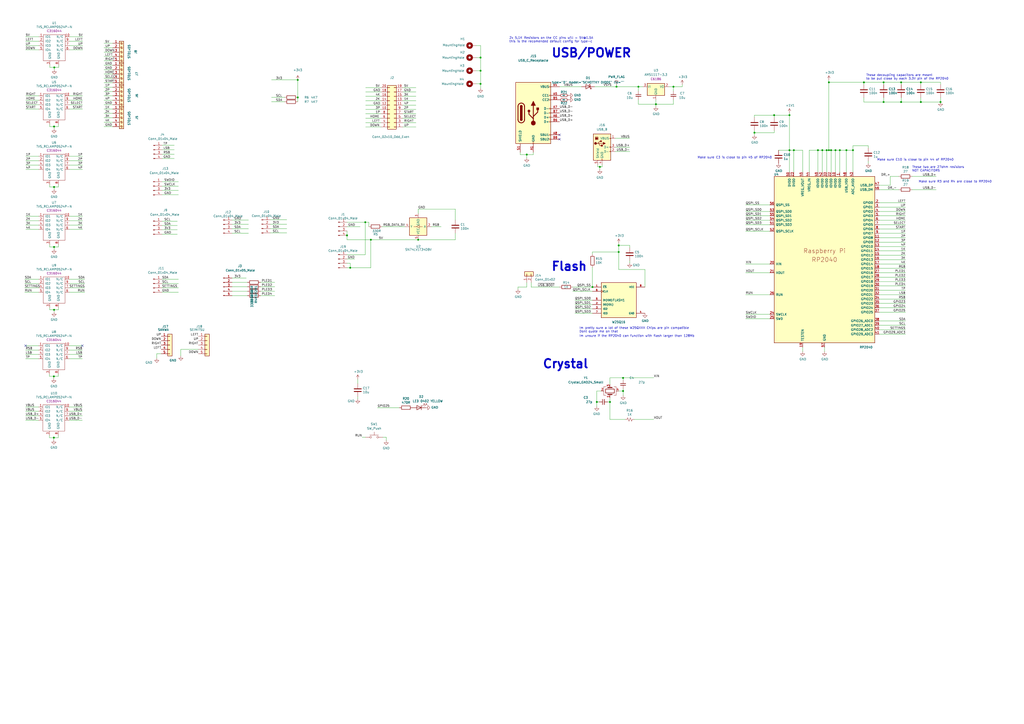
<source format=kicad_sch>
(kicad_sch (version 20211123) (generator eeschema)
  (paper "A2")
  (junction (at 501.142 47.752))
  (junction (at 545.592 59.182))
  (junction (at 357.632 50.292))
  (junction (at 449.072 66.802))
  (junction (at 305.562 89.662))
  (junction (at 343.662 166.497))
  (junction (at 358.902 142.367))
  (junction (at 494.792 87.122))
  (junction (at 278.765 41.021))
  (junction (at 172.72 46.355))
  (junction (at 390.652 50.292))
  (junction (at 380.492 60.452))
  (junction (at 215.138 139.065))
  (junction (at 211.8914 128.905))
  (junction (at 31.369 179.705))
  (junction (at 353.822 233.172))
  (junction (at 203.1573 155.321))
  (junction (at 278.765 48.641))
  (junction (at 31.369 73.406))
  (junction (at 487.172 87.122))
  (junction (at 358.902 146.177))
  (junction (at 242.57 139.065))
  (junction (at 201.295 136.525))
  (junction (at 460.502 87.122))
  (junction (at 437.642 76.962))
  (junction (at 457.962 87.122))
  (junction (at 512.572 47.752))
  (junction (at 534.162 59.182))
  (junction (at 361.442 219.202))
  (junction (at 31.496 39.116))
  (junction (at 534.162 47.752))
  (junction (at 278.765 33.401))
  (junction (at 474.472 87.122))
  (junction (at 512.572 59.182))
  (junction (at 172.72 56.515))
  (junction (at 522.732 47.752))
  (junction (at 346.202 233.172))
  (junction (at 457.962 66.802))
  (junction (at 522.732 59.182))
  (junction (at 31.369 108.458))
  (junction (at 482.092 87.122))
  (junction (at 477.012 87.122))
  (junction (at 31.242 218.313))
  (junction (at 31.242 253.873))
  (junction (at 480.822 87.122))
  (junction (at 361.442 226.822))
  (junction (at 490.982 87.122))
  (junction (at 484.632 87.122))
  (junction (at 480.822 47.752))
  (junction (at 370.332 50.292))
  (junction (at 31.369 143.256))
  (junction (at 479.552 87.122))
  (junction (at 347.98 96.774))
  (no_connect (at 14.859 200.533))
  (no_connect (at 47.752 200.533))
  (no_connect (at 324.612 78.232))
  (no_connect (at 324.612 80.772))
  (wire (pts (xy 512.572 47.752) (xy 522.732 47.752)))
  (wire (pts (xy 242.57 123.825) (xy 242.57 121.285)))
  (wire (pts (xy 31.369 108.458) (xy 31.369 109.728)))
  (wire (pts (xy 222.123 253.619) (xy 224.028 253.619)))
  (wire (pts (xy 324.612 50.292) (xy 337.312 50.292)))
  (wire (pts (xy 437.642 75.692) (xy 437.642 76.962)))
  (wire (pts (xy 480.822 46.482) (xy 480.822 47.752)))
  (wire (pts (xy 510.032 165.862) (xy 525.272 165.862)))
  (wire (pts (xy 487.172 87.122) (xy 487.172 99.822)))
  (wire (pts (xy 512.572 59.182) (xy 522.732 59.182)))
  (wire (pts (xy 501.142 59.182) (xy 512.572 59.182)))
  (wire (pts (xy 224.028 253.619) (xy 224.028 255.524)))
  (wire (pts (xy 166.37 135.128) (xy 156.845 135.128)))
  (wire (pts (xy 484.632 87.122) (xy 487.172 87.122)))
  (wire (pts (xy 457.962 65.532) (xy 457.962 66.802)))
  (wire (pts (xy 40.259 90.678) (xy 47.879 90.678)))
  (wire (pts (xy 101.092 84.328) (xy 94.107 84.328)))
  (wire (pts (xy 40.259 125.476) (xy 47.879 125.476)))
  (wire (pts (xy 166.37 130.048) (xy 156.845 130.048)))
  (wire (pts (xy 478.282 201.422) (xy 478.282 203.962)))
  (wire (pts (xy 40.259 60.706) (xy 47.879 60.706)))
  (wire (pts (xy 165.1 59.055) (xy 157.48 59.055)))
  (wire (pts (xy 305.562 89.662) (xy 309.372 89.662)))
  (wire (pts (xy 40.132 243.713) (xy 47.752 243.713)))
  (wire (pts (xy 370.332 50.292) (xy 370.332 52.832)))
  (wire (pts (xy 134.62 168.91) (xy 143.51 168.91)))
  (wire (pts (xy 510.032 188.722) (xy 525.272 188.722)))
  (wire (pts (xy 510.032 178.562) (xy 525.272 178.562)))
  (wire (pts (xy 446.532 182.372) (xy 432.562 182.372)))
  (wire (pts (xy 437.642 76.962) (xy 449.072 76.962)))
  (wire (pts (xy 446.532 134.112) (xy 432.562 134.112)))
  (wire (pts (xy 309.372 89.662) (xy 309.372 88.392)))
  (wire (pts (xy 14.859 200.533) (xy 22.352 200.533)))
  (wire (pts (xy 446.532 158.242) (xy 432.562 158.242)))
  (wire (pts (xy 215.138 139.065) (xy 242.57 139.065)))
  (wire (pts (xy 353.822 230.632) (xy 353.822 233.172)))
  (wire (pts (xy 101.092 86.868) (xy 94.107 86.868)))
  (wire (pts (xy 349.25 95.504) (xy 349.25 96.774)))
  (wire (pts (xy 144.145 132.715) (xy 134.62 132.715)))
  (wire (pts (xy 144.145 127.635) (xy 134.62 127.635)))
  (wire (pts (xy 201.295 152.781) (xy 203.1573 152.781)))
  (wire (pts (xy 40.259 161.925) (xy 49.149 161.925)))
  (wire (pts (xy 361.442 225.552) (xy 361.442 226.822)))
  (wire (pts (xy 40.132 238.633) (xy 47.752 238.633)))
  (wire (pts (xy 358.902 141.097) (xy 358.902 142.367)))
  (wire (pts (xy 14.986 55.626) (xy 22.479 55.626)))
  (wire (pts (xy 40.259 95.758) (xy 47.879 95.758)))
  (wire (pts (xy 14.986 98.298) (xy 22.479 98.298)))
  (wire (pts (xy 457.962 66.802) (xy 457.962 87.122)))
  (wire (pts (xy 432.562 127.762) (xy 446.532 127.762)))
  (wire (pts (xy 534.162 59.182) (xy 522.732 59.182)))
  (wire (pts (xy 503.682 84.582) (xy 494.792 84.582)))
  (wire (pts (xy 207.518 230.124) (xy 207.518 231.394)))
  (wire (pts (xy 134.62 161.29) (xy 142.875 161.29)))
  (wire (pts (xy 201.295 155.321) (xy 203.1573 155.321)))
  (wire (pts (xy 357.632 49.022) (xy 357.632 50.292)))
  (wire (pts (xy 134.62 163.83) (xy 143.51 163.83)))
  (wire (pts (xy 469.392 87.122) (xy 474.472 87.122)))
  (wire (pts (xy 34.036 39.116) (xy 34.036 37.846)))
  (wire (pts (xy 14.351 161.925) (xy 22.479 161.925)))
  (wire (pts (xy 31.369 143.256) (xy 31.369 144.526)))
  (wire (pts (xy 361.442 226.822) (xy 361.442 229.362)))
  (wire (pts (xy 65.405 58.166) (xy 60.325 58.166)))
  (wire (pts (xy 305.562 89.662) (xy 305.562 91.567)))
  (wire (pts (xy 446.532 184.912) (xy 432.562 184.912)))
  (wire (pts (xy 40.259 130.556) (xy 47.879 130.556)))
  (wire (pts (xy 390.652 50.292) (xy 395.732 50.292)))
  (wire (pts (xy 278.765 48.641) (xy 278.765 51.181)))
  (wire (pts (xy 480.822 47.752) (xy 501.142 47.752)))
  (wire (pts (xy 510.032 173.482) (xy 525.272 173.482)))
  (wire (pts (xy 31.369 73.406) (xy 33.909 73.406)))
  (wire (pts (xy 65.405 63.246) (xy 60.325 63.246)))
  (wire (pts (xy 370.332 50.292) (xy 372.872 50.292)))
  (wire (pts (xy 14.986 125.476) (xy 22.479 125.476)))
  (wire (pts (xy 31.496 39.116) (xy 31.496 40.386)))
  (wire (pts (xy 510.032 181.102) (xy 525.272 181.102)))
  (wire (pts (xy 510.032 109.982) (xy 521.462 109.982)))
  (wire (pts (xy 115.062 202.692) (xy 104.902 202.692)))
  (wire (pts (xy 510.032 130.302) (xy 525.272 130.302)))
  (wire (pts (xy 201.295 136.525) (xy 201.295 133.985)))
  (wire (pts (xy 346.202 233.172) (xy 346.202 235.712)))
  (wire (pts (xy 361.442 219.202) (xy 361.442 220.472)))
  (wire (pts (xy 40.259 98.298) (xy 47.879 98.298)))
  (wire (pts (xy 344.932 50.292) (xy 357.632 50.292)))
  (wire (pts (xy 503.682 93.472) (xy 503.682 94.742)))
  (wire (pts (xy 457.962 87.122) (xy 457.962 99.822)))
  (wire (pts (xy 510.032 127.762) (xy 525.272 127.762)))
  (wire (pts (xy 212.09 58.42) (xy 220.98 58.42)))
  (wire (pts (xy 457.962 87.122) (xy 451.612 87.122)))
  (wire (pts (xy 474.472 87.122) (xy 477.012 87.122)))
  (wire (pts (xy 510.032 145.542) (xy 525.272 145.542)))
  (wire (pts (xy 490.982 87.122) (xy 494.792 87.122)))
  (wire (pts (xy 370.332 60.452) (xy 380.492 60.452)))
  (wire (pts (xy 28.702 218.313) (xy 31.242 218.313)))
  (wire (pts (xy 301.752 88.392) (xy 301.752 89.662)))
  (wire (pts (xy 365.252 151.257) (xy 365.252 152.527)))
  (wire (pts (xy 534.162 56.642) (xy 534.162 59.182)))
  (wire (pts (xy 545.592 56.642) (xy 545.592 59.182)))
  (wire (pts (xy 241.3 66.04) (xy 233.68 66.04)))
  (wire (pts (xy 278.765 41.021) (xy 278.765 48.641)))
  (wire (pts (xy 449.072 66.802) (xy 457.962 66.802)))
  (wire (pts (xy 14.859 243.713) (xy 22.352 243.713)))
  (wire (pts (xy 241.3 53.34) (xy 233.68 53.34)))
  (wire (pts (xy 501.142 47.752) (xy 512.572 47.752)))
  (wire (pts (xy 28.829 179.705) (xy 31.369 179.705)))
  (wire (pts (xy 356.87 80.264) (xy 365.252 80.264)))
  (wire (pts (xy 65.405 48.006) (xy 60.325 48.006)))
  (wire (pts (xy 241.3 63.5) (xy 233.68 63.5)))
  (wire (pts (xy 40.132 200.533) (xy 47.752 200.533)))
  (wire (pts (xy 479.552 87.122) (xy 480.822 87.122)))
  (wire (pts (xy 241.3 73.66) (xy 233.68 73.66)))
  (wire (pts (xy 40.259 63.246) (xy 47.879 63.246)))
  (wire (pts (xy 93.98 164.465) (xy 103.505 164.465)))
  (wire (pts (xy 449.072 76.962) (xy 449.072 75.692)))
  (wire (pts (xy 432.562 122.682) (xy 446.532 122.682)))
  (wire (pts (xy 361.442 219.202) (xy 379.222 219.202)))
  (wire (pts (xy 353.822 243.332) (xy 362.712 243.332)))
  (wire (pts (xy 510.032 135.382) (xy 525.272 135.382)))
  (wire (pts (xy 14.859 241.173) (xy 22.352 241.173)))
  (wire (pts (xy 437.642 66.802) (xy 449.072 66.802)))
  (wire (pts (xy 477.012 87.122) (xy 479.552 87.122)))
  (wire (pts (xy 484.632 99.822) (xy 484.632 87.122)))
  (wire (pts (xy 374.142 166.497) (xy 374.142 156.337)))
  (wire (pts (xy 241.3 68.58) (xy 233.68 68.58)))
  (wire (pts (xy 28.829 72.136) (xy 28.829 73.406)))
  (wire (pts (xy 210.058 253.619) (xy 211.963 253.619)))
  (wire (pts (xy 40.386 28.956) (xy 48.006 28.956)))
  (wire (pts (xy 242.57 139.065) (xy 264.16 139.065)))
  (wire (pts (xy 65.405 35.306) (xy 60.325 35.306)))
  (wire (pts (xy 308.102 166.497) (xy 324.612 166.497)))
  (wire (pts (xy 201.295 139.065) (xy 215.138 139.065)))
  (wire (pts (xy 201.295 131.445) (xy 208.915 131.445)))
  (wire (pts (xy 510.032 148.082) (xy 525.272 148.082)))
  (wire (pts (xy 510.032 170.942) (xy 525.272 170.942)))
  (wire (pts (xy 40.386 23.876) (xy 48.006 23.876)))
  (wire (pts (xy 487.172 87.122) (xy 490.982 87.122)))
  (wire (pts (xy 305.562 163.957) (xy 305.562 166.497)))
  (wire (pts (xy 522.732 49.022) (xy 522.732 47.752)))
  (wire (pts (xy 31.242 218.313) (xy 33.782 218.313)))
  (wire (pts (xy 308.102 163.957) (xy 308.102 166.497)))
  (wire (pts (xy 529.082 102.362) (xy 543.052 102.362)))
  (wire (pts (xy 31.496 39.116) (xy 34.036 39.116)))
  (wire (pts (xy 65.405 68.326) (xy 60.325 68.326)))
  (wire (pts (xy 31.369 143.256) (xy 33.909 143.256)))
  (wire (pts (xy 65.405 37.846) (xy 60.325 37.846)))
  (wire (pts (xy 510.032 168.402) (xy 525.272 168.402)))
  (wire (pts (xy 14.859 236.093) (xy 22.352 236.093)))
  (wire (pts (xy 522.732 47.752) (xy 534.162 47.752)))
  (wire (pts (xy 40.132 236.093) (xy 47.752 236.093)))
  (wire (pts (xy 65.405 50.546) (xy 60.325 50.546)))
  (wire (pts (xy 14.986 93.218) (xy 22.479 93.218)))
  (wire (pts (xy 14.986 133.096) (xy 22.479 133.096)))
  (wire (pts (xy 300.482 166.497) (xy 300.482 167.767)))
  (wire (pts (xy 28.702 253.873) (xy 31.242 253.873)))
  (wire (pts (xy 545.592 59.182) (xy 534.162 59.182)))
  (wire (pts (xy 40.259 167.005) (xy 49.149 167.005)))
  (wire (pts (xy 203.1573 155.321) (xy 215.138 155.321)))
  (wire (pts (xy 356.87 87.884) (xy 365.379 87.884)))
  (wire (pts (xy 510.032 132.842) (xy 525.272 132.842)))
  (wire (pts (xy 465.582 99.822) (xy 465.582 87.122)))
  (wire (pts (xy 346.71 96.774) (xy 347.98 96.774)))
  (wire (pts (xy 343.662 147.447) (xy 343.662 146.177)))
  (wire (pts (xy 101.092 89.408) (xy 94.107 89.408)))
  (wire (pts (xy 159.385 166.37) (xy 151.13 166.37)))
  (wire (pts (xy 14.859 203.073) (xy 22.352 203.073)))
  (wire (pts (xy 449.072 68.072) (xy 449.072 66.802)))
  (wire (pts (xy 65.405 53.086) (xy 60.325 53.086)))
  (wire (pts (xy 490.982 99.822) (xy 490.982 87.122)))
  (wire (pts (xy 534.162 47.752) (xy 545.592 47.752)))
  (wire (pts (xy 93.98 167.005) (xy 103.505 167.005)))
  (wire (pts (xy 510.032 153.162) (xy 525.272 153.162)))
  (wire (pts (xy 365.252 142.367) (xy 358.902 142.367)))
  (wire (pts (xy 276.225 41.021) (xy 278.765 41.021)))
  (wire (pts (xy 380.492 60.452) (xy 380.492 61.722)))
  (wire (pts (xy 522.732 56.642) (xy 522.732 59.182)))
  (wire (pts (xy 65.405 55.626) (xy 60.325 55.626)))
  (wire (pts (xy 14.859 21.336) (xy 22.606 21.336)))
  (wire (pts (xy 103.505 105.41) (xy 93.98 105.41)))
  (wire (pts (xy 31.242 218.313) (xy 31.242 219.583)))
  (wire (pts (xy 65.405 25.146) (xy 60.325 25.146)))
  (wire (pts (xy 40.259 169.545) (xy 49.149 169.545)))
  (wire (pts (xy 510.032 137.922) (xy 525.272 137.922)))
  (wire (pts (xy 278.765 26.416) (xy 278.765 33.401)))
  (wire (pts (xy 65.405 40.386) (xy 60.325 40.386)))
  (wire (pts (xy 201.295 128.905) (xy 211.8914 128.905)))
  (wire (pts (xy 31.369 179.705) (xy 31.369 180.975)))
  (wire (pts (xy 276.225 26.416) (xy 278.765 26.416)))
  (wire (pts (xy 33.909 108.458) (xy 33.909 107.188)))
  (wire (pts (xy 347.98 96.774) (xy 347.98 98.298)))
  (wire (pts (xy 14.859 208.153) (xy 22.352 208.153)))
  (wire (pts (xy 201.295 136.525) (xy 201.295 139.065)))
  (wire (pts (xy 437.642 76.962) (xy 437.642 78.232)))
  (wire (pts (xy 367.792 243.332) (xy 379.222 243.332)))
  (wire (pts (xy 264.16 139.065) (xy 264.16 135.255)))
  (wire (pts (xy 510.032 163.322) (xy 525.272 163.322)))
  (wire (pts (xy 469.392 99.822) (xy 469.392 87.122)))
  (wire (pts (xy 465.582 87.122) (xy 460.502 87.122)))
  (wire (pts (xy 134.62 171.45) (xy 143.51 171.45)))
  (wire (pts (xy 480.822 47.752) (xy 480.822 87.122)))
  (wire (pts (xy 40.132 203.073) (xy 47.752 203.073)))
  (wire (pts (xy 28.829 143.256) (xy 31.369 143.256)))
  (wire (pts (xy 33.909 179.705) (xy 33.909 178.435)))
  (wire (pts (xy 446.532 118.872) (xy 432.562 118.872)))
  (wire (pts (xy 332.232 169.037) (xy 343.662 169.037)))
  (wire (pts (xy 14.351 169.545) (xy 22.479 169.545)))
  (wire (pts (xy 14.986 90.678) (xy 22.479 90.678)))
  (wire (pts (xy 432.562 130.302) (xy 446.532 130.302)))
  (wire (pts (xy 343.662 181.737) (xy 333.502 181.737)))
  (wire (pts (xy 65.405 32.766) (xy 60.325 32.766)))
  (wire (pts (xy 104.902 202.692) (xy 104.902 206.502)))
  (wire (pts (xy 278.765 33.401) (xy 278.765 41.021)))
  (wire (pts (xy 221.615 131.445) (xy 234.95 131.445)))
  (wire (pts (xy 159.385 171.45) (xy 151.13 171.45)))
  (wire (pts (xy 510.032 120.142) (xy 525.272 120.142)))
  (wire (pts (xy 343.662 174.117) (xy 333.502 174.117)))
  (wire (pts (xy 276.225 48.641) (xy 278.765 48.641)))
  (wire (pts (xy 40.386 21.336) (xy 48.006 21.336)))
  (wire (pts (xy 380.492 60.452) (xy 390.652 60.452)))
  (wire (pts (xy 14.859 205.613) (xy 22.352 205.613)))
  (wire (pts (xy 14.986 130.556) (xy 22.479 130.556)))
  (wire (pts (xy 510.032 125.222) (xy 525.272 125.222)))
  (wire (pts (xy 172.72 46.355) (xy 172.72 56.515)))
  (wire (pts (xy 432.562 153.162) (xy 446.532 153.162)))
  (wire (pts (xy 101.092 91.948) (xy 94.107 91.948)))
  (wire (pts (xy 14.859 28.956) (xy 22.606 28.956)))
  (wire (pts (xy 215.138 155.321) (xy 215.138 139.065)))
  (wire (pts (xy 480.822 87.122) (xy 482.092 87.122)))
  (wire (pts (xy 343.662 155.067) (xy 343.662 166.497)))
  (wire (pts (xy 144.145 130.175) (xy 134.62 130.175)))
  (wire (pts (xy 14.859 26.416) (xy 22.606 26.416)))
  (wire (pts (xy 93.98 169.545) (xy 103.505 169.545)))
  (wire (pts (xy 31.369 179.705) (xy 33.909 179.705)))
  (wire (pts (xy 159.385 168.91) (xy 151.13 168.91)))
  (wire (pts (xy 40.259 164.465) (xy 49.149 164.465)))
  (wire (pts (xy 14.986 60.706) (xy 22.479 60.706)))
  (wire (pts (xy 28.829 141.986) (xy 28.829 143.256)))
  (wire (pts (xy 370.332 57.912) (xy 370.332 60.452)))
  (wire (pts (xy 211.8914 147.701) (xy 211.8914 128.905)))
  (wire (pts (xy 14.986 63.246) (xy 22.479 63.246)))
  (wire (pts (xy 357.632 50.292) (xy 370.332 50.292)))
  (wire (pts (xy 494.792 84.582) (xy 494.792 87.122)))
  (wire (pts (xy 40.259 55.626) (xy 47.879 55.626)))
  (wire (pts (xy 241.3 50.8) (xy 233.68 50.8)))
  (wire (pts (xy 28.956 37.846) (xy 28.956 39.116)))
  (wire (pts (xy 333.502 176.657) (xy 343.662 176.657)))
  (wire (pts (xy 516.382 102.362) (xy 516.382 107.442)))
  (wire (pts (xy 516.382 102.362) (xy 521.462 102.362)))
  (wire (pts (xy 33.782 253.873) (xy 33.782 252.603)))
  (wire (pts (xy 40.132 208.153) (xy 47.752 208.153)))
  (wire (pts (xy 343.662 179.197) (xy 333.502 179.197)))
  (wire (pts (xy 14.986 58.166) (xy 22.479 58.166)))
  (wire (pts (xy 65.405 45.466) (xy 60.325 45.466)))
  (wire (pts (xy 165.1 56.515) (xy 157.48 56.515)))
  (wire (pts (xy 40.386 26.416) (xy 48.006 26.416)))
  (wire (pts (xy 90.932 205.232) (xy 90.932 207.772)))
  (wire (pts (xy 510.032 143.002) (xy 525.272 143.002)))
  (wire (pts (xy 390.652 57.912) (xy 390.652 60.452)))
  (wire (pts (xy 212.09 63.5) (xy 220.98 63.5)))
  (wire (pts (xy 348.742 226.822) (xy 346.202 226.822)))
  (wire (pts (xy 159.385 163.83) (xy 151.13 163.83)))
  (wire (pts (xy 510.032 176.022) (xy 525.272 176.022)))
  (wire (pts (xy 390.652 50.292) (xy 390.652 52.832)))
  (wire (pts (xy 512.572 59.182) (xy 512.572 56.642)))
  (wire (pts (xy 465.582 201.422) (xy 465.582 203.962)))
  (wire (pts (xy 31.242 253.873) (xy 33.782 253.873)))
  (wire (pts (xy 65.405 30.226) (xy 60.325 30.226)))
  (wire (pts (xy 212.09 53.34) (xy 220.98 53.34)))
  (wire (pts (xy 40.259 133.096) (xy 47.879 133.096)))
  (wire (pts (xy 40.259 128.016) (xy 47.879 128.016)))
  (wire (pts (xy 510.032 150.622) (xy 525.272 150.622)))
  (wire (pts (xy 380.492 57.912) (xy 380.492 60.452)))
  (wire (pts (xy 93.472 205.232) (xy 90.932 205.232)))
  (wire (pts (xy 102.87 128.27) (xy 93.98 128.27)))
  (wire (pts (xy 343.662 146.177) (xy 358.902 146.177)))
  (wire (pts (xy 65.405 73.406) (xy 60.325 73.406)))
  (wire (pts (xy 510.032 117.602) (xy 525.272 117.602)))
  (wire (pts (xy 65.405 60.706) (xy 60.325 60.706)))
  (wire (pts (xy 482.092 99.822) (xy 482.092 87.122)))
  (wire (pts (xy 144.145 135.255) (xy 134.62 135.255)))
  (wire (pts (xy 241.3 58.42) (xy 233.68 58.42)))
  (wire (pts (xy 212.09 71.12) (xy 220.98 71.12)))
  (wire (pts (xy 482.092 87.122) (xy 484.632 87.122)))
  (wire (pts (xy 14.986 128.016) (xy 22.479 128.016)))
  (wire (pts (xy 213.995 128.905) (xy 213.995 131.445)))
  (wire (pts (xy 102.87 130.81) (xy 93.98 130.81)))
  (wire (pts (xy 33.909 73.406) (xy 33.909 72.136)))
  (wire (pts (xy 353.822 219.202) (xy 361.442 219.202)))
  (wire (pts (xy 65.405 27.686) (xy 60.325 27.686)))
  (wire (pts (xy 460.502 87.122) (xy 457.962 87.122)))
  (wire (pts (xy 28.702 217.043) (xy 28.702 218.313)))
  (wire (pts (xy 231.648 236.474) (xy 218.948 236.474)))
  (wire (pts (xy 510.032 155.702) (xy 525.272 155.702)))
  (wire (pts (xy 437.642 68.072) (xy 437.642 66.802)))
  (wire (pts (xy 212.09 66.04) (xy 220.98 66.04)))
  (wire (pts (xy 40.132 241.173) (xy 47.752 241.173)))
  (wire (pts (xy 510.032 107.442) (xy 516.382 107.442)))
  (wire (pts (xy 212.09 50.8) (xy 220.98 50.8)))
  (wire (pts (xy 503.682 84.582) (xy 503.682 85.852)))
  (wire (pts (xy 501.142 56.642) (xy 501.142 59.182)))
  (wire (pts (xy 14.986 95.758) (xy 22.479 95.758)))
  (wire (pts (xy 207.518 219.964) (xy 207.518 222.504)))
  (wire (pts (xy 474.472 99.822) (xy 474.472 87.122)))
  (wire (pts (xy 529.082 109.982) (xy 543.052 109.982)))
  (wire (pts (xy 212.09 55.88) (xy 220.98 55.88)))
  (wire (pts (xy 264.16 121.285) (xy 264.16 127.635)))
  (wire (pts (xy 28.829 73.406) (xy 31.369 73.406)))
  (wire (pts (xy 201.295 150.241) (xy 205.74 150.241)))
  (wire (pts (xy 353.822 233.172) (xy 353.822 243.332)))
  (wire (pts (xy 28.829 178.435) (xy 28.829 179.705)))
  (wire (pts (xy 332.232 166.497) (xy 343.662 166.497)))
  (wire (pts (xy 172.72 56.515) (xy 172.72 59.055)))
  (wire (pts (xy 346.202 226.822) (xy 346.202 233.172)))
  (wire (pts (xy 14.859 23.876) (xy 22.606 23.876)))
  (wire (pts (xy 358.902 156.337) (xy 374.142 156.337)))
  (wire (pts (xy 93.98 113.03) (xy 103.505 113.03)))
  (wire (pts (xy 241.3 71.12) (xy 233.68 71.12)))
  (wire (pts (xy 201.295 147.701) (xy 211.8914 147.701)))
  (wire (pts (xy 432.562 125.222) (xy 446.532 125.222)))
  (wire (pts (xy 33.909 143.256) (xy 33.909 141.986)))
  (wire (pts (xy 103.505 161.925) (xy 93.98 161.925)))
  (wire (pts (xy 102.87 133.35) (xy 93.98 133.35)))
  (wire (pts (xy 534.162 49.022) (xy 534.162 47.752)))
  (wire (pts (xy 395.732 49.022) (xy 395.732 50.292)))
  (wire (pts (xy 28.956 39.116) (xy 31.496 39.116)))
  (wire (pts (xy 31.242 253.873) (xy 31.242 255.143)))
  (wire (pts (xy 545.592 49.022) (xy 545.592 47.752)))
  (wire (pts (xy 14.351 164.465) (xy 22.479 164.465)))
  (wire (pts (xy 203.1573 152.781) (xy 203.1573 155.321)))
  (wire (pts (xy 28.829 108.458) (xy 31.369 108.458)))
  (wire (pts (xy 301.752 89.662) (xy 305.562 89.662)))
  (wire (pts (xy 212.09 68.58) (xy 220.98 68.58)))
  (wire (pts (xy 510.032 158.242) (xy 525.272 158.242)))
  (wire (pts (xy 300.482 166.497) (xy 305.562 166.497)))
  (wire (pts (xy 512.572 49.022) (xy 512.572 47.752)))
  (wire (pts (xy 510.032 140.462) (xy 525.272 140.462)))
  (wire (pts (xy 65.405 70.866) (xy 60.325 70.866)))
  (wire (pts (xy 276.225 33.401) (xy 278.765 33.401)))
  (wire (pts (xy 347.98 96.774) (xy 349.25 96.774)))
  (wire (pts (xy 134.62 166.37) (xy 143.51 166.37)))
  (wire (pts (xy 211.8914 128.905) (xy 213.995 128.905)))
  (wire (pts (xy 40.259 58.166) (xy 47.879 58.166)))
  (wire (pts (xy 241.3 60.96) (xy 233.68 60.96)))
  (wire (pts (xy 166.37 132.588) (xy 156.845 132.588)))
  (wire (pts (xy 501.142 49.022) (xy 501.142 47.752)))
  (wire (pts (xy 166.37 127.508) (xy 156.845 127.508)))
  (wire (pts (xy 14.859 238.633) (xy 22.352 238.633)))
  (wire (pts (xy 33.782 218.313) (xy 33.782 217.043)))
  (wire (pts (xy 510.032 191.262) (xy 525.272 191.262)))
  (wire (pts (xy 40.259 93.218) (xy 47.879 93.218)))
  (wire (pts (xy 510.032 193.802) (xy 525.272 193.802)))
  (wire (pts (xy 250.19 131.445) (xy 255.905 131.445)))
  (wire (pts (xy 479.552 99.822) (xy 479.552 87.122)))
  (wire (pts (xy 241.3 55.88) (xy 233.68 55.88)))
  (wire (pts (xy 358.902 226.822) (xy 361.442 226.822)))
  (wire (pts (xy 242.57 121.285) (xy 264.16 121.285)))
  (wire (pts (xy 356.87 85.344) (xy 365.252 85.344)))
  (wire (pts (xy 460.502 99.822) (xy 460.502 87.122)))
  (wire (pts (xy 346.71 95.504) (xy 346.71 96.774)))
  (wire (pts (xy 212.09 73.66) (xy 220.98 73.66)))
  (wire (pts (xy 477.012 99.822) (xy 477.012 87.122)))
  (wire (pts (xy 65.405 42.926) (xy 60.325 42.926)))
  (wire (pts (xy 212.09 60.96) (xy 220.98 60.96)))
  (wire (pts (xy 31.369 73.406) (xy 31.369 74.676)))
  (wire (pts (xy 446.532 170.942) (xy 432.562 170.942)))
  (wire (pts (xy 353.822 219.202) (xy 353.822 223.012)))
  (wire (pts (xy 40.132 205.613) (xy 47.752 205.613)))
  (wire (pts (xy 31.369 108.458) (xy 33.909 108.458)))
  (wire (pts (xy 358.902 142.367) (xy 358.902 146.177)))
  (wire (pts (xy 365.252 143.637) (xy 365.252 142.367)))
  (wire (pts (xy 510.032 122.682) (xy 525.272 122.682)))
  (wire (pts (xy 28.702 252.603) (xy 28.702 253.873)))
  (wire (pts (xy 510.032 186.182) (xy 525.272 186.182)))
  (wire (pts (xy 14.351 167.005) (xy 22.479 167.005)))
  (wire (pts (xy 388.112 50.292) (xy 390.652 50.292)))
  (wire (pts (xy 65.405 65.786) (xy 60.325 65.786)))
  (wire (pts (xy 103.505 110.49) (xy 93.98 110.49)))
  (wire (pts (xy 494.792 87.122) (xy 494.792 99.822)))
  (wire (pts (xy 103.505 107.95) (xy 93.98 107.95)))
  (wire (pts (xy 352.552 233.172) (xy 353.822 233.172)))
  (wire (pts (xy 358.902 146.177) (xy 358.902 156.337)))
  (wire (pts (xy 510.032 160.782) (xy 525.272 160.782)))
  (wire (pts (xy 157.48 46.355) (xy 172.72 46.355)))
  (wire (pts (xy 102.87 135.89) (xy 93.98 135.89)))
  (wire (pts (xy 347.472 233.172) (xy 346.202 233.172)))
  (wire (pts (xy 28.829 107.188) (xy 28.829 108.458)))
  (text "Im pretty sure a lot of these W25QXXX Chips are pin compatible\nDont quote me on that" (at 336.042 193.167 0) (effects (font (size 1.27 1.27)) (justify left bottom)))
  (text "Make sure C3 is close to pin 45 of RP2040" (at 447.802 92.202 180) (effects (font (size 1.27 1.27)) (justify right bottom)))
  (text "Make sure R3 and R4 are close to RP2040" (at 532.892 106.172 0) (effects (font (size 1.27 1.27)) (justify left bottom)))
  (text "These decoupling capacitors are meant\nto be put close by each 3.3V pin of the RP2040" (at 502.412 46.482 0) (effects (font (size 1.27 1.27)) (justify left bottom)))
  (text "These two are 27ohm resistors \nNOT CAPACITORS" (at 529.082 99.822 0) (effects (font (size 1.27 1.27)) (justify left bottom)))
  (text "Make sure C10 is close to pin 44 of RP2040" (at 508.762 93.472 0) (effects (font (size 1.27 1.27)) (justify left bottom)))
  (text "Flash" (at 319.532 157.607 0) (effects (font (size 5.0038 5.0038) (thickness 1.0008) bold) (justify left bottom)))
  (text "2x 5.1K Resistors on the CC pins will = 5V@1.5A\nthis is the recomended default config for type-c" (at 295.402 24.892 0) (effects (font (size 1.27 1.27)) (justify left bottom)))
  (text "Im unsure if the RP2040 can function with flash larger than 128Mb" (at 336.042 195.707 0) (effects (font (size 1.27 1.27)) (justify left bottom)))
  (text "USB/POWER" (at 319.532 33.782 0) (effects (font (size 5.0038 5.0038) (thickness 1.0008) bold) (justify left bottom)))
  (text "Crystal" (at 314.452 214.122 0) (effects (font (size 5.0038 5.0038) (thickness 1.0008) bold) (justify left bottom)))
  (label "LEFT" (at 115.062 195.072 180))
  (label "2P" (at 234.315 63.5 0))
  (label "XOUT" (at 432.562 158.242 0))
  (label "2K" (at 47.879 128.016 180))
  (label "2K" (at 60.96 65.786 0))
  (label "QSPI_SD3" (at 333.502 181.737 0))
  (label "VBUS" (at 14.859 236.093 0))
  (label "GND" (at 95.25 135.89 0))
  (label "HOME" (at 60.96 42.926 0))
  (label "USB_D+" (at 14.859 241.173 0))
  (label "PLED1" (at 525.272 158.242 180))
  (label "HOME" (at 525.272 127.762 180))
  (label "GND" (at 216.535 60.96 0))
  (label "SCL" (at 14.351 164.465 0))
  (label "~{USB_BOOT}" (at 311.912 166.497 0))
  (label "GND" (at 205.74 150.241 180))
  (label "4P" (at 234.315 60.96 0))
  (label "SDA" (at 49.149 161.925 180))
  (label "VBUS" (at 47.752 236.093 180))
  (label "USB_D+" (at 324.612 68.072 0))
  (label "3P" (at 525.272 140.462 180))
  (label "DOWN" (at 60.96 30.226 0))
  (label "START" (at 60.96 48.006 0))
  (label "USB_D-" (at 14.859 243.713 0))
  (label "RIGHT" (at 60.96 35.306 0))
  (label "USB_D+" (at 365.252 85.344 180))
  (label "3K" (at 60.96 68.326 0))
  (label "1K" (at 525.272 145.542 180))
  (label "4P" (at 14.986 98.298 0))
  (label "GPIO23" (at 525.272 176.022 180))
  (label "DR_-" (at 520.192 109.982 180))
  (label "QSPI_SS" (at 432.562 118.872 0))
  (label "GND" (at 60.96 37.846 0))
  (label "UP" (at 115.062 197.612 180))
  (label "SELECT" (at 234.315 68.58 0))
  (label "GND" (at 234.315 53.34 0))
  (label "SDA" (at 135.89 132.715 0))
  (label "RIGHT" (at 14.986 55.626 0))
  (label "SETTINGS" (at 49.149 167.005 180))
  (label "GPIO25" (at 525.272 181.102 180))
  (label "3K" (at 234.315 55.88 0))
  (label "LEFT" (at 525.272 117.602 180))
  (label "3V3" (at 135.89 161.29 0))
  (label "SCL" (at 158.115 135.128 0))
  (label "4K" (at 47.879 133.096 180))
  (label "RGB" (at 250.825 131.445 0))
  (label "SCL" (at 95.25 128.27 0))
  (label "TP" (at 47.752 208.153 180))
  (label "PLED4" (at 151.765 171.45 0))
  (label "SDA" (at 95.25 130.81 0))
  (label "SDA" (at 158.115 132.588 0))
  (label "UP" (at 234.315 73.66 0))
  (label "LSB" (at 47.752 205.613 180))
  (label "1P" (at 60.96 50.546 0))
  (label "5V" (at 217.805 50.8 0))
  (label "LSB" (at 525.272 170.942 180))
  (label "DOWN" (at 14.859 28.956 0))
  (label "4K" (at 217.805 55.88 0))
  (label "TP" (at 94.742 84.328 0))
  (label "PLED2" (at 525.272 160.782 180))
  (label "PLED3" (at 151.765 168.91 0))
  (label "GND" (at 158.115 127.508 0))
  (label "GND" (at 242.57 121.285 0))
  (label "TP" (at 525.272 168.402 180))
  (label "USB_D-" (at 47.752 243.713 180))
  (label "RIGHT" (at 93.472 200.152 180))
  (label "4K" (at 525.272 153.162 180))
  (label "SWDIO" (at 95.25 105.41 0))
  (label "DOWN" (at 93.472 197.612 180))
  (label "QSPI_SD1" (at 432.562 125.222 0))
  (label "GND" (at 60.96 73.406 0))
  (label "UP" (at 61.0372 27.686 0))
  (label "LEFT" (at 48.006 23.876 180))
  (label "5V" (at 60.96 25.146 0))
  (label "USB_D-" (at 365.379 87.884 180))
  (label "1P" (at 525.272 135.382 180))
  (label "RIGHT" (at 115.062 200.152 180))
  (label "START" (at 525.272 132.842 180))
  (label "SDA" (at 160.02 59.055 0))
  (label "START" (at 47.879 63.246 180))
  (label "RSB" (at 14.859 203.073 0))
  (label "4K" (at 60.96 70.866 0))
  (label "LSB" (at 14.859 205.613 0))
  (label "SDA" (at 525.272 186.182 180))
  (label "USB_D-" (at 543.052 109.982 180))
  (label "QSPI_SD2" (at 333.502 179.197 0))
  (label "2P" (at 525.272 137.922 180))
  (label "DOWN" (at 115.062 205.232 180))
  (label "SCL" (at 525.272 188.722 180))
  (label "QSPI_SD2" (at 432.562 127.762 0))
  (label "3P" (at 217.805 63.5 0))
  (label "SELECT" (at 14.986 60.706 0))
  (label "START" (at 14.986 63.246 0))
  (label "QSPI_SCLK" (at 332.232 169.037 0))
  (label "GND" (at 93.98 169.545 0))
  (label "SCL" (at 93.98 164.465 0))
  (label "1K" (at 234.315 58.42 0))
  (label "DOWN" (at 214.63 73.66 0))
  (label "GND" (at 60.96 60.706 0))
  (label "VBUS" (at 47.752 238.633 180))
  (label "RSB" (at 47.752 203.073 180))
  (label "UP" (at 14.859 26.416 0))
  (label "3V3" (at 135.89 130.175 0))
  (label "USB_D+" (at 543.052 102.362 180))
  (label "2K" (at 217.805 58.42 0))
  (label "1K" (at 14.986 125.476 0))
  (label "LEFT" (at 14.859 23.876 0))
  (label "TP" (at 14.859 208.153 0))
  (label "4P" (at 47.879 98.298 180))
  (label "RUN" (at 49.149 169.545 180))
  (label "SDA" (at 14.351 161.925 0))
  (label "4P" (at 525.272 143.002 180))
  (label "RIGHT" (at 234.315 71.12 0))
  (label "5V" (at 14.859 21.336 0))
  (label "PLED4" (at 525.272 165.862 180))
  (label "PLED1" (at 151.765 163.83 0))
  (label "RIGHT" (at 47.879 55.626 180))
  (label "SWCLK" (at 95.25 107.95 0))
  (label "3K" (at 525.272 150.622 180))
  (label "SELECT" (at 60.96 45.466 0))
  (label "1P" (at 217.805 66.04 0))
  (label "SETTINGS" (at 14.351 167.005 0))
  (label "1P" (at 14.986 90.678 0))
  (label "LEFT" (at 215.9 71.12 0))
  (label "QSPI_SD0" (at 333.502 174.117 0))
  (label "DOWN" (at 48.006 28.956 180))
  (label "LEFT" (at 60.96 32.766 0))
  (label "2P" (at 14.986 93.218 0))
  (label "3V3" (at 95.25 133.35 0))
  (label "GPIO24" (at 525.272 178.562 180))
  (label "2K" (at 525.272 148.082 180))
  (label "5V" (at 219.71 139.065 0))
  (label "XIN" (at 379.222 219.202 0))
  (label "SCL" (at 135.89 135.255 0))
  (label "2P" (at 47.879 93.218 180))
  (label "SWDIO" (at 432.562 184.912 0))
  (label "SCL" (at 49.149 164.465 180))
  (label "3P" (at 14.986 95.758 0))
  (label "3P" (at 47.879 95.758 180))
  (label "2P" (at 60.96 53.086 0))
  (label "HOME" (at 214.63 68.58 0))
  (label "RIGHT" (at 525.272 125.222 180))
  (label "3V3" (at 160.02 46.355 0))
  (label "RUN" (at 14.351 169.545 0))
  (label "3V3" (at 158.115 130.048 0))
  (label "GPIO25" (at 218.948 236.474 0))
  (label "1K" (at 47.879 125.476 180))
  (label "PLED3" (at 525.272 163.322 180))
  (label "USB_D-" (at 324.612 65.532 0))
  (label "VBUS" (at 365.252 80.264 180))
  (label "USB_D+" (at 47.752 241.173 180))
  (label "DR_+" (at 516.382 102.362 180))
  (label "DOWN" (at 525.272 122.682 180))
  (label "4K" (at 14.986 133.096 0))
  (label "SETTINGS" (at 93.98 167.005 0))
  (label "RGB_DATA_5V" (at 222.25 131.445 0))
  (label "RSB" (at 94.742 89.408 0))
  (label "USB_D-" (at 324.612 62.992 0))
  (label "3V3" (at 95.25 110.49 0))
  (label "5V" (at 48.006 21.336 180))
  (label "SETTINGS" (at 525.272 191.262 180))
  (label "GND" (at 94.742 91.948 0))
  (label "GND" (at 216.535 53.34 0))
  (label "START" (at 234.315 66.04 0))
  (label "QSPI_SD0" (at 432.562 122.682 0))
  (label "QSPI_SCLK" (at 432.562 134.112 0))
  (label "QSPI_SD1" (at 333.502 176.657 0))
  (label "VBUS" (at 14.859 238.633 0))
  (label "3K" (at 47.879 130.556 180))
  (label "VBUS" (at 327.152 50.292 0))
  (label "HOME" (at 14.986 58.166 0))
  (label "SELECT" (at 47.879 60.706 180))
  (label "4P" (at 60.96 58.166 0))
  (label "GND" (at 135.89 127.635 0))
  (label "GPIO29_ADC3" (at 525.272 193.802 180))
  (label "QSPI_SD3" (at 432.562 130.302 0))
  (label "UP" (at 525.272 120.142 180))
  (label "QSPI_SS" (at 334.772 166.497 0))
  (label "SELECT" (at 525.272 130.302 180))
  (label "XOUT" (at 379.222 243.332 0))
  (label "SDA" (at 93.98 161.925 0))
  (label "GND" (at 201.93 131.445 0))
  (label "UP" (at 48.006 26.416 180))
  (label "LSB" (at 94.742 86.868 0))
  (label "1K" (at 60.96 63.246 0))
  (label "3P" (at 60.96 55.626 0))
  (label "SWCLK" (at 432.562 182.372 0))
  (label "SCL" (at 160.02 56.515 0))
  (label "1P" (at 47.879 90.678 180))
  (label "RUN" (at 432.562 170.942 0))
  (label "RUN" (at 210.058 253.619 180))
  (label "UP" (at 93.472 195.072 180))
  (label "RSB" (at 525.272 173.482 180))
  (label "USB_D+" (at 324.612 70.612 0))
  (label "GND" (at 60.96 40.386 0))
  (label "LEFT" (at 93.472 202.692 180))
  (label "HOME" (at 47.879 58.166 180))
  (label "PLED2" (at 151.765 166.37 0))
  (label "RGB" (at 525.272 155.702 180))
  (label "3K" (at 14.986 130.556 0))
  (label "GND" (at 95.25 113.03 0))
  (label "XIN" (at 432.562 153.162 0))
  (label "2K" (at 14.986 128.016 0))
  (label "5V" (at 234.315 50.8 0))
  (label "VSYS" (at 350.012 50.292 0))
  (symbol (lib_id "Connector_Generic:Conn_02x10_Odd_Even") (at 228.6 63.5 180) (unit 1)
    (property "Reference" "J2" (at 228.6 45.085 0) (effects (justify left)))
    (property "Value" "Conn_02x10_Odd_Even" (at 237.49 79.375 0) (effects (justify left)))
    (property "Footprint" "Connector_PinHeader_2.54mm:PinHeader_2x10_P2.54mm_Vertical" (effects hide))
    (property "LCSC Part" "C492427" (effects hide))
  )
  (symbol (lib_id "Connector:Conn_01x05_Male") (at 129.54 166.37 0) (unit 1)
    (property "Reference" "J3" (at 140.335 154.305 0) (effects (justify right)))
    (property "Value" "Conn_01x05_Male" (at 147.955 156.845 0) (effects (justify right)))
    (property "Footprint" "Connector_JST:JST_PH_B5B-PH-K_1x05_P2.00mm_Vertical" (effects hide))
    (property "LCSC Part" "C157993" (effects hide))
  )
  (symbol (lib_id "Connector:Conn_01x04_Male") (at 89.027 86.868 0) (unit 1)
    (property "Reference" "J4" (at 95.377 77.978 0) (effects (justify right)))
    (property "Value" "Conn_01x04_Male" (at 102.997 80.518 0) (effects (justify right)))
    (property "Footprint" "Connector_JST:JST_PH_B4B-PH-K_1x04_P2.00mm_Vertical" (effects hide))
    (property "LCSC Part" "C131334" (effects hide))
  )
  (symbol (lib_id "Device:R") (at 147.32 163.83 270) (unit 1)
    (property "Reference" "R1" (at 148.4884 165.608 0) (effects (justify left)))
    (property "Value" "330R" (at 146.177 165.608 0) (effects (justify left)))
    (property "Footprint" "Resistor_SMD:R_0402_1005Metric" (effects hide))
    (property "LCSC Part" "C25104" (effects hide))
  )
  (symbol (lib_id "Device:R") (at 147.32 166.37 270) (unit 1)
    (property "Reference" "R2" (at 148.4884 168.148 0) (effects (justify left)))
    (property "Value" "330R" (at 146.177 168.148 0) (effects (justify left)))
    (property "Footprint" "Resistor_SMD:R_0402_1005Metric" (effects hide))
    (property "LCSC Part" "C25104" (effects hide))
  )
  (symbol (lib_id "Device:R") (at 147.32 168.91 270) (unit 1)
    (property "Reference" "R3" (at 148.4884 170.688 0) (effects (justify left)))
    (property "Value" "330R" (at 146.177 170.688 0) (effects (justify left)))
    (property "Footprint" "Resistor_SMD:R_0402_1005Metric" (effects hide))
    (property "LCSC Part" "C25104" (effects hide))
  )
  (symbol (lib_id "Device:R") (at 147.32 171.45 270) (unit 1)
    (property "Reference" "R4" (at 148.4884 173.228 0) (effects (justify left)))
    (property "Value" "330R" (at 146.177 173.228 0) (effects (justify left)))
    (property "Footprint" "Resistor_SMD:R_0402_1005Metric" (effects hide))
    (property "LCSC Part" "C25104" (effects hide))
  )
  (symbol (lib_id "Logic_LevelTranslator:SN74LV1T34DBV") (at 242.57 131.445 180) (unit 1)
    (property "Reference" "U2" (at 241.3 142.875 0) (effects (justify right)))
    (property "Value" "SN74LV1T34DBV" (at 234.95 144.78 0) (effects (justify right)))
    (property "Footprint" "Package_TO_SOT_SMD:SOT-23-5" (effects hide))
    (property "Datasheet" "https://www.ti.com/lit/ds/symlink/sn74lv1t34.pdf" (effects hide))
    (property "LCSC Part" "C100024" (effects hide))
  )
  (symbol (lib_id "Connector:Screw_Terminal_01x05") (at 70.485 68.326 0) (unit 1)
    (property "Reference" "J5" (at 79.375 67.056 90) (effects (justify right)))
    (property "Value" "ST01x05" (at 74.93 64.516 90) (effects (justify right)))
    (property "Footprint" "TerminalBlock_MetzConnect:TerminalBlock_MetzConnect_Type059_RT06305HBWC_1x05_P3.50mm_Horizontal" (effects hide))
    (property "LCSC Part" "C3646874" (effects hide))
  )
  (symbol (lib_id "Connector:Screw_Terminal_01x05") (at 70.485 55.626 0) (unit 1)
    (property "Reference" "J6" (at 79.375 54.356 90) (effects (justify right)))
    (property "Value" "ST01x05" (at 74.93 51.181 90) (effects (justify right)))
    (property "Footprint" "TerminalBlock_MetzConnect:TerminalBlock_MetzConnect_Type059_RT06305HBWC_1x05_P3.50mm_Horizontal" (effects hide))
    (property "LCSC Part" "C3646874" (effects hide))
  )
  (symbol (lib_id "Connector:Screw_Terminal_01x05") (at 70.485 42.926 0) (unit 1)
    (property "Reference" "J7" (at 79.375 41.656 90) (effects (justify right)))
    (property "Value" "ST01x05" (at 74.93 38.481 90) (effects (justify right)))
    (property "Footprint" "TerminalBlock_MetzConnect:TerminalBlock_MetzConnect_Type059_RT06305HBWC_1x05_P3.50mm_Horizontal" (effects hide))
    (property "LCSC Part" "C3646874" (effects hide))
  )
  (symbol (lib_id "Connector:Screw_Terminal_01x05") (at 70.485 30.226 0) (unit 1)
    (property "Reference" "J8" (at 78.74 28.956 90) (effects (justify right)))
    (property "Value" "ST01x05" (at 74.93 25.781 90) (effects (justify right)))
    (property "Footprint" "TerminalBlock_MetzConnect:TerminalBlock_MetzConnect_Type059_RT06305HBWC_1x05_P3.50mm_Horizontal" (effects hide))
    (property "LCSC Part" "C3646874" (effects hide))
  )
  (symbol (lib_id "Connector:Conn_01x04_Male") (at 88.9 130.81 0) (unit 1)
    (property "Reference" "J9" (at 97.155 121.92 0) (effects (justify right)))
    (property "Value" "Conn_01x04_Male" (at 104.14 124.46 0) (effects (justify right)))
    (property "Footprint" "FeralAI:BOOM_SH_C145961_1x04_P1.00mm_Vertical" (effects hide))
    (property "LCSC Part" "C145961" (effects hide))
  )
  (symbol (lib_id "Device:R") (at 217.805 131.445 270) (unit 1)
    (property "Reference" "R5" (at 216.535 135.89 90) (effects (justify left)))
    (property "Value" "330R" (at 215.9 133.985 90) (effects (justify left)))
    (property "Footprint" "Resistor_SMD:R_0402_1005Metric" (effects hide))
    (property "LCSC Part" "C25104" (effects hide))
  )
  (symbol (lib_id "Device:C") (at 264.16 131.445 0) (unit 1)
    (property "Reference" "C1" (at 267.081 130.2766 0) (effects (justify left)))
    (property "Value" "100n" (at 267.081 132.588 0) (effects (justify left)))
    (property "Footprint" "Capacitor_SMD:C_0402_1005Metric" (effects hide))
    (property "LCSC Part" "C1525" (effects hide))
  )
  (symbol (lib_id "Device:R") (at 168.91 59.055 270) (unit 1)
    (property "Reference" "R7" (at 176.53 59.055 90) (effects (justify left)))
    (property "Value" "4K7" (at 180.34 59.055 90) (effects (justify left)))
    (property "Footprint" "Resistor_SMD:R_0402_1005Metric" (effects hide))
    (property "LCSC Part" "C25900" (effects hide))
  )
  (symbol (lib_id "Device:R") (at 168.91 56.515 270) (unit 1)
    (property "Reference" "R6" (at 176.53 56.515 90) (effects (justify left)))
    (property "Value" "4K7" (at 180.34 56.515 90) (effects (justify left)))
    (property "Footprint" "Resistor_SMD:R_0402_1005Metric" (effects hide))
    (property "LCSC Part" "C25900" (effects hide))
  )
  (symbol (lib_id "Connector:Conn_01x04_Male") (at 88.9 107.95 0) (unit 1)
    (property "Reference" "J13" (at 95.885 97.79 0))
    (property "Value" "Conn_01x04_Male" (at 95.25 100.33 0))
    (property "Footprint" "FeralAI:BOOM_SH_C145961_1x04_P1.00mm_Vertical" (effects hide))
    (property "LCSC Part" "C145961" (effects hide))
  )
  (symbol (lib_id "Mechanical:MountingHole_Pad") (at 273.685 26.416 90) (unit 1) (in_bom no)
    (property "Reference" "H1" (at 269.748 22.606 90) (effects (justify left)))
    (property "Value" "MountingHole" (at 269.748 26.162 90) (effects (justify left)))
    (property "Footprint" "MountingHole:MountingHole_3.5mm_Pad" (effects hide))
  )
  (symbol (lib_id "Mechanical:MountingHole_Pad") (at 273.685 33.401 90) (unit 1) (in_bom no)
    (property "Reference" "H2" (at 269.621 30.353 90) (effects (justify left)))
    (property "Value" "MountingHole" (at 269.494 33.401 90) (effects (justify left)))
    (property "Footprint" "MountingHole:MountingHole_3.5mm_Pad" (effects hide))
  )
  (symbol (lib_id "Mechanical:MountingHole_Pad") (at 273.685 41.021 90) (unit 1) (in_bom no)
    (property "Reference" "H3" (at 269.494 38.1 90) (effects (justify left)))
    (property "Value" "MountingHole" (at 269.367 41.021 90) (effects (justify left)))
    (property "Footprint" "MountingHole:MountingHole_3.5mm_Pad" (effects hide))
  )
  (symbol (lib_id "Mechanical:MountingHole_Pad") (at 273.685 48.641 90) (unit 1) (in_bom no)
    (property "Reference" "H4" (at 269.24 45.974 90) (effects (justify left)))
    (property "Value" "MountingHole" (at 269.113 48.641 90) (effects (justify left)))
    (property "Footprint" "MountingHole:MountingHole_3.5mm_Pad" (effects hide))
  )
  (symbol (lib_id "Connector:Conn_01x04_Male") (at 88.9 164.465 0) (unit 1)
    (property "Reference" "J11" (at 95.25 155.575 0) (effects (justify right)))
    (property "Value" "Conn_01x04_Male" (at 102.87 158.115 0) (effects (justify right)))
    (property "Footprint" "Connector_JST:JST_PH_B4B-PH-K_1x04_P2.00mm_Vertical" (effects hide))
    (property "LCSC Part" "C131334" (effects hide))
  )
  (symbol (lib_id "Connector:Conn_01x04_Male") (at 129.54 130.175 0) (unit 1)
    (property "Reference" "J12" (at 132.2832 123.0376 0))
    (property "Value" "Conn_01x04_Male" (at 132.2832 125.349 0))
    (property "Footprint" "Connector_JST:JST_PH_B4B-PH-K_1x04_P2.00mm_Vertical" (effects hide))
    (property "LCSC Part" "C131334" (effects hide))
  )
  (symbol (lib_id "Connector:Conn_01x04_Male") (at 196.215 131.445 0) (unit 1)
    (property "Reference" "J1" (at 198.9582 124.3076 0))
    (property "Value" "Conn_01x04_Male" (at 198.9582 126.619 0))
    (property "Footprint" "Connector_JST:JST_PH_B4B-PH-K_1x04_P2.00mm_Vertical" (effects hide))
    (property "LCSC Part" "C131334" (effects hide))
  )
  (symbol (lib_id "Connector:Conn_01x04_Male") (at 196.215 150.241 0) (unit 1)
    (property "Reference" "J19" (at 198.9582 143.1036 0))
    (property "Value" "Conn_01x04_Male" (at 198.9582 145.415 0))
    (property "Footprint" "Connector_PinHeader_2.54mm:PinHeader_1x04_P2.54mm_Vertical" (effects hide))
    (property "LCSC Part" "C2935910" (effects hide))
  )
  (symbol (lib_id "Device:R") (at 343.662 151.257 0) (unit 1)
    (property "Reference" "R15" (at 345.44 150.0886 0) (effects (justify left)))
    (property "Value" "10K" (at 345.44 152.4 0) (effects (justify left)))
    (property "Footprint" "Resistor_SMD:R_0402_1005Metric" (effects hide))
    (property "LCSC Part" "C25744" (effects hide))
  )
  (symbol (lib_id "power:+3V3") (at 358.902 141.097 0) (unit 1)
    (property "Reference" "#PWR0124" (effects hide))
    (property "Value" "+3V3" (at 359.283 136.7028 0))
  )
  (symbol (lib_id "Device:C") (at 207.518 226.314 0) (unit 1)
    (property "Reference" "C17" (at 210.439 225.1456 0) (effects (justify left)))
    (property "Value" "10u" (at 210.439 227.457 0) (effects (justify left)))
    (property "Footprint" "Capacitor_SMD:C_0402_1005Metric" (effects hide))
    (property "LCSC Part" "C15525" (effects hide))
  )
  (symbol (lib_id "Device:C_Small") (at 370.332 55.372 0) (mirror y) (unit 1)
    (property "Reference" "C6" (at 365.252 54.102 0))
    (property "Value" "10u" (at 365.252 56.642 0))
    (property "Footprint" "Capacitor_SMD:C_0402_1005Metric" (effects hide))
    (property "LCSC Part" "C15525" (effects hide))
  )
  (symbol (lib_id "Device:C_Small") (at 390.652 55.372 0) (unit 1)
    (property "Reference" "C7" (at 395.732 54.102 0))
    (property "Value" "10u" (at 395.732 56.642 0))
    (property "Footprint" "Capacitor_SMD:C_0402_1005Metric" (effects hide))
    (property "LCSC Part" "C15525" (effects hide))
  )
  (symbol (lib_id "power:PWR_FLAG") (at 357.632 49.022 0) (mirror y) (unit 1)
    (property "Reference" "#FLG0101" (effects hide))
    (property "Value" "PWR_FLAG" (at 357.632 44.6278 0))
  )
  (symbol (lib_id "Connector:Conn_01x04_Male") (at 151.765 130.048 0) (unit 1)
    (property "Reference" "J10" (at 154.5082 122.9106 0))
    (property "Value" "Conn_01x04_Male" (at 154.5082 125.222 0))
    (property "Footprint" "Connector_PinHeader_2.54mm:PinHeader_1x04_P2.54mm_Vertical" (effects hide))
    (property "LCSC Part" "C2935910" (effects hide))
  )
  (symbol (lib_id "Device:C") (at 449.072 71.882 0) (unit 1)
    (property "Reference" "C9" (at 451.993 70.7136 0) (effects (justify left)))
    (property "Value" "100n" (at 451.993 73.025 0) (effects (justify left)))
    (property "Footprint" "Capacitor_SMD:C_0402_1005Metric" (effects hide))
    (property "LCSC Part" "C1525" (effects hide))
  )
  (symbol (lib_id "Device:C") (at 501.142 52.832 0) (unit 1)
    (property "Reference" "C11" (at 504.063 51.6636 0) (effects (justify left)))
    (property "Value" "100n" (at 504.063 53.975 0) (effects (justify left)))
    (property "Footprint" "Capacitor_SMD:C_0402_1005Metric" (effects hide))
    (property "LCSC Part" "C1525" (effects hide))
  )
  (symbol (lib_id "Device:R") (at 525.272 102.362 270) (unit 1)
    (property "Reference" "R18" (at 525.272 97.1042 90))
    (property "Value" "27" (at 525.272 99.4156 90))
    (property "Footprint" "Resistor_SMD:R_0402_1005Metric" (effects hide))
    (property "LCSC Part" "C25100" (effects hide))
  )
  (symbol (lib_id "power:GND") (at 31.369 74.676 0) (unit 1)
    (property "Reference" "#PWR0105" (effects hide))
    (property "Value" "GND" (at 31.369 79.1194 0))
  )
  (symbol (lib_id "power:GND") (at 224.028 255.524 0) (unit 1)
    (property "Reference" "#PWR0114" (effects hide))
    (property "Value" "GND" (at 224.028 259.969 0))
  )
  (symbol (lib_id "power:GND") (at 374.142 181.737 0) (unit 1)
    (property "Reference" "#PWR0126" (effects hide))
    (property "Value" "GND" (at 374.269 186.1312 0))
  )
  (symbol (lib_id "Device:C") (at 437.642 71.882 0) (unit 1)
    (property "Reference" "C8" (at 440.563 70.7136 0) (effects (justify left)))
    (property "Value" "100n" (at 440.563 73.025 0) (effects (justify left)))
    (property "Footprint" "Capacitor_SMD:C_0402_1005Metric" (effects hide))
    (property "LCSC Part" "C1525" (effects hide))
  )
  (symbol (lib_id "Connector_Generic:Conn_01x02") (at 305.562 158.877 90) (unit 1)
    (property "Reference" "J14" (at 310.3372 159.7914 90) (effects (justify right)))
    (property "Value" "Conn_01x02" (at 310.3372 162.1028 90) (effects (justify right)))
    (property "Footprint" "Connector_PinHeader_2.54mm:PinHeader_1x02_P2.54mm_Vertical" (effects hide))
  )
  (symbol (lib_id "Device:C_Small") (at 361.442 223.012 180) (unit 1)
    (property "Reference" "C4" (at 367.792 219.202 0) (effects (justify left)))
    (property "Value" "27p" (at 374.142 221.742 0) (effects (justify left)))
    (property "Footprint" "Capacitor_SMD:C_0402_1005Metric" (effects hide))
    (property "LCSC Part" "C1557" (effects hide))
  )
  (symbol (lib_id "Video_Games:TVS_RCLAMP0524P-N-Video_Games") (at 31.242 204.343 0) (unit 1)
    (property "Reference" "U8" (at 31.242 192.532 0))
    (property "Value" "TVS_RCLAMP0524P-N" (at 31.242 194.8434 0))
    (property "Footprint" "Package_DFN_QFN:UDFN-10_1.35x2.6mm_P0.5mm" (effects hide))
    (property "Datasheet" "https://datasheet.lcsc.com/szlcsc/Bourne-Semicon-Shenzhen-RCLAMP0524P-N_C316044.pdf" (effects hide))
    (property "LCSC Part" "C316044" (at 31.242 197.1548 0))
  )
  (symbol (lib_id "Device:R") (at 235.458 236.474 270) (unit 1)
    (property "Reference" "R20" (at 235.458 231.2162 90))
    (property "Value" "470R" (at 235.458 233.5276 90))
    (property "Footprint" "Resistor_SMD:R_0402_1005Metric" (effects hide))
    (property "LCSC Part" "C25117" (effects hide))
  )
  (symbol (lib_id "Device:LED") (at 243.078 236.474 180) (unit 1)
    (property "Reference" "D2" (at 244.348 230.124 0))
    (property "Value" "LED 0402 YELLOW" (at 248.158 232.664 0))
    (property "Footprint" "LED_SMD:LED_0402_1005Metric" (effects hide))
    (property "LCSC Part" "C130719" (effects hide))
  )
  (symbol (lib_id "power:GND") (at 478.282 203.962 0) (unit 1)
    (property "Reference" "#PWR0118" (effects hide))
    (property "Value" "GND" (at 478.409 208.3562 0))
  )
  (symbol (lib_id "Device:R_Small") (at 327.152 55.372 270) (unit 1)
    (property "Reference" "R21" (at 327.152 53.467 90))
    (property "Value" "5K1" (at 327.152 55.372 90) (effects (font (size 0.508 0.508))))
    (property "Footprint" "Resistor_SMD:R_0402_1005Metric" (effects hide))
    (property "LCSC Part" "C25905" (effects hide))
  )
  (symbol (lib_id "Video_Games:TVS_RCLAMP0524P-N-Video_Games") (at 31.369 94.488 0) (unit 1)
    (property "Reference" "U6" (at 31.369 82.677 0))
    (property "Value" "TVS_RCLAMP0524P-N" (at 31.369 84.9884 0))
    (property "Footprint" "Package_DFN_QFN:UDFN-10_1.35x2.6mm_P0.5mm" (effects hide))
    (property "Datasheet" "https://datasheet.lcsc.com/szlcsc/Bourne-Semicon-Shenzhen-RCLAMP0524P-N_C316044.pdf" (effects hide))
    (property "LCSC Part" "C316044" (at 31.369 87.2998 0))
  )
  (symbol (lib_id "power:GND") (at 365.252 152.527 0) (unit 1)
    (property "Reference" "#PWR0122" (effects hide))
    (property "Value" "GND" (at 369.062 153.797 0))
  )
  (symbol (lib_id "power:GND") (at 31.242 255.143 0) (unit 1)
    (property "Reference" "#PWR0127" (effects hide))
    (property "Value" "GND" (at 31.242 259.5864 0))
  )
  (symbol (lib_id "Device:C") (at 512.572 52.832 0) (unit 1)
    (property "Reference" "C13" (at 515.493 51.6636 0) (effects (justify left)))
    (property "Value" "100n" (at 515.493 53.975 0) (effects (justify left)))
    (property "Footprint" "Capacitor_SMD:C_0402_1005Metric" (effects hide))
    (property "LCSC Part" "C1525" (effects hide))
  )
  (symbol (lib_id "Regulator_Linear:AMS1117-3.3") (at 380.492 50.292 0) (unit 1)
    (property "Reference" "U3" (at 380.492 40.767 0))
    (property "Value" "AMS1117-3.3" (at 380.492 43.307 0))
    (property "Footprint" "Package_TO_SOT_SMD:SOT-223-3_TabPin2" (effects hide))
    (property "Datasheet" "http://www.advanced-monolithic.com/pdf/ds1117.pdf" (effects hide))
    (property "LCSC Part" "C6186" (at 380.492 45.847 0))
  )
  (symbol (lib_id "power:GND") (at 31.369 109.728 0) (unit 1)
    (property "Reference" "#PWR0106" (effects hide))
    (property "Value" "GND" (at 31.369 114.1714 0))
  )
  (symbol (lib_id "power:GND") (at 31.496 40.386 0) (unit 1)
    (property "Reference" "#PWR0104" (effects hide))
    (property "Value" "GND" (at 31.496 44.8294 0))
  )
  (symbol (lib_id "power:+1V1") (at 457.962 65.532 0) (unit 1)
    (property "Reference" "#PWR0121" (effects hide))
    (property "Value" "+1V1" (at 458.343 61.1378 0))
  )
  (symbol (lib_id "power:GND") (at 305.562 91.567 0) (unit 1)
    (property "Reference" "#PWR0101" (effects hide))
    (property "Value" "GND" (at 305.562 96.012 0))
  )
  (symbol (lib_id "Device:C") (at 451.612 90.932 0) (unit 1)
    (property "Reference" "C10" (at 454.533 89.7636 0) (effects (justify left)))
    (property "Value" "1u" (at 454.533 92.075 0) (effects (justify left)))
    (property "Footprint" "Capacitor_SMD:C_0402_1005Metric" (effects hide))
    (property "LCSC Part" "C52923" (effects hide))
  )
  (symbol (lib_id "power:GND") (at 451.612 94.742 0) (unit 1)
    (property "Reference" "#PWR0117" (effects hide))
    (property "Value" "GND" (at 451.739 99.1362 0))
  )
  (symbol (lib_id "Video_Games:W25Q256JVEIQ_TR") (at 358.902 174.117 0) (unit 1)
    (property "Reference" "FLASH1" (at 358.902 174.117 0))
    (property "Value" "W25Q16" (at 358.902 186.817 0))
    (property "Footprint" "VideoGames_KiCAD6:SOIC127P790X216-8N" (effects hide))
    (property "LCSC Part" "C82317" (effects hide))
  )
  (symbol (lib_id "power:GND") (at 347.98 98.298 0) (unit 1)
    (property "Reference" "#PWR0108" (effects hide))
    (property "Value" "GND" (at 347.98 102.997 0))
  )
  (symbol (lib_id "Connector:USB_B") (at 349.25 85.344 0) (unit 1)
    (property "Reference" "J16" (at 349.25 72.517 0))
    (property "Value" "USB_B" (at 349.25 75.057 0))
    (property "Footprint" "Connector_USB:USB_B_Lumberg_2411_02_Horizontal" (effects hide))
    (property "Datasheet" " ~" (effects hide))
    (property "LCSC Part" "C388656" (effects hide))
  )
  (symbol (lib_id "power:GND") (at 503.682 94.742 0) (unit 1)
    (property "Reference" "#PWR0115" (effects hide))
    (property "Value" "GND" (at 503.809 99.1362 0))
  )
  (symbol (lib_id "power:GND") (at 246.888 236.474 90) (unit 1)
    (property "Reference" "#PWR0112" (effects hide))
    (property "Value" "GND" (at 250.1392 236.347 90) (effects (justify right)))
  )
  (symbol (lib_id "power:GND") (at 545.592 59.182 0) (unit 1)
    (property "Reference" "#PWR0116" (effects hide))
    (property "Value" "GND" (at 545.719 63.5762 0))
  )
  (symbol (lib_id "Device:D_Schottky") (at 341.122 50.292 180) (unit 1)
    (property "Reference" "D1" (at 341.122 45.212 0))
    (property "Value" "SCHOTTKY DIODE" (at 341.122 47.752 0))
    (property "Footprint" "Diode_SMD:D_0603_1608Metric" (effects hide))
    (property "Spice_Netlist_Enabled" "Y" (effects hide))
    (property "Spice_Primitive" "D" (effects hide))
    (property "LCSC Part" "C143772" (effects hide))
  )
  (symbol (lib_id "power:GND") (at 329.692 57.912 90) (unit 1)
    (property "Reference" "#PWR0103" (effects hide))
    (property "Value" "GND" (at 332.9432 57.785 90) (effects (justify right)))
  )
  (symbol (lib_id "power:GND") (at 380.492 61.722 0) (unit 1)
    (property "Reference" "#PWR0130" (effects hide))
    (property "Value" "GND" (at 380.619 66.1162 0))
  )
  (symbol (lib_id "power:+3.3V") (at 395.732 49.022 0) (unit 1)
    (property "Reference" "#PWR0131" (effects hide))
    (property "Value" "+3.3V" (at 396.113 44.6278 0))
  )
  (symbol (lib_id "power:GND") (at 346.202 235.712 0) (mirror y) (unit 1)
    (property "Reference" "#PWR0133" (effects hide))
    (property "Value" "GND" (at 346.075 240.1062 0))
  )
  (symbol (lib_id "Video_Games:TVS_RCLAMP0524P-N-Video_Games") (at 31.369 129.286 0) (unit 1)
    (property "Reference" "U7" (at 31.369 117.475 0))
    (property "Value" "TVS_RCLAMP0524P-N" (at 31.369 119.7864 0))
    (property "Footprint" "Package_DFN_QFN:UDFN-10_1.35x2.6mm_P0.5mm" (effects hide))
    (property "Datasheet" "https://datasheet.lcsc.com/szlcsc/Bourne-Semicon-Shenzhen-RCLAMP0524P-N_C316044.pdf" (effects hide))
    (property "LCSC Part" "C316044" (at 31.369 122.0978 0))
  )
  (symbol (lib_id "Device:C") (at 545.592 52.832 0) (unit 1)
    (property "Reference" "C16" (at 548.513 51.6636 0) (effects (justify left)))
    (property "Value" "100n" (at 548.513 53.975 0) (effects (justify left)))
    (property "Footprint" "Capacitor_SMD:C_0402_1005Metric" (effects hide))
    (property "LCSC Part" "C1525" (effects hide))
  )
  (symbol (lib_id "Video_Games:TVS_RCLAMP0524P-N-Video_Games") (at 31.369 165.735 0) (unit 1)
    (property "Reference" "U9" (at 31.369 153.924 0))
    (property "Value" "TVS_RCLAMP0524P-N" (at 31.369 156.2354 0))
    (property "Footprint" "Package_DFN_QFN:UDFN-10_1.35x2.6mm_P0.5mm" (effects hide))
    (property "Datasheet" "https://datasheet.lcsc.com/szlcsc/Bourne-Semicon-Shenzhen-RCLAMP0524P-N_C316044.pdf" (effects hide))
    (property "LCSC Part" "C316044" (at 31.369 158.5468 0))
  )
  (symbol (lib_id "power:GND") (at 31.369 144.526 0) (unit 1)
    (property "Reference" "#PWR0107" (effects hide))
    (property "Value" "GND" (at 31.369 148.9694 0))
  )
  (symbol (lib_id "power:+3V3") (at 172.72 46.355 0) (unit 1)
    (property "Reference" "#PWR0137" (effects hide))
    (property "Value" "+3V3" (at 172.72 40.64 0))
  )
  (symbol (lib_id "power:GND") (at 437.642 78.232 0) (unit 1)
    (property "Reference" "#PWR0123" (effects hide))
    (property "Value" "GND" (at 437.769 82.6262 0))
  )
  (symbol (lib_id "Device:R") (at 328.422 166.497 270) (unit 1)
    (property "Reference" "R14" (at 328.422 163.957 90))
    (property "Value" "1K" (at 328.422 166.497 90))
    (property "Footprint" "Capacitor_SMD:C_0402_1005Metric" (effects hide))
    (property "LCSC Part" "C11702" (effects hide))
  )
  (symbol (lib_id "power:GND") (at 278.765 51.181 0) (unit 1)
    (property "Reference" "#PWR0134" (effects hide))
    (property "Value" "GND" (at 278.765 55.88 0))
  )
  (symbol (lib_id "power:GND") (at 465.582 203.962 0) (unit 1)
    (property "Reference" "#PWR0119" (effects hide))
    (property "Value" "GND" (at 465.709 208.3562 0))
  )
  (symbol (lib_id "power:GND") (at 31.242 219.583 0) (unit 1)
    (property "Reference" "#PWR0109" (effects hide))
    (property "Value" "GND" (at 31.242 224.0264 0))
  )
  (symbol (lib_id "Switch:SW_Push") (at 217.043 253.619 0) (unit 1)
    (property "Reference" "SW1" (at 217.043 245.999 0))
    (property "Value" "SW_Push" (at 217.043 248.539 0))
    (property "Footprint" "VideoGames_KiCAD6:SW_SPST_6x6_C499305_C499302" (effects hide))
    (property "LCSC Part" "C499305" (effects hide))
  )
  (symbol (lib_id "Device:R") (at 525.272 109.982 270) (unit 1)
    (property "Reference" "R19" (at 525.272 104.7242 90))
    (property "Value" "27" (at 525.272 107.0356 90))
    (property "Footprint" "Resistor_SMD:R_0402_1005Metric" (effects hide))
    (property "LCSC Part" "C25100" (effects hide))
  )
  (symbol (lib_id "Device:R_Small_US") (at 365.252 243.332 270) (unit 1)
    (property "Reference" "R16" (at 365.252 238.125 90))
    (property "Value" "1K" (at 365.252 240.4364 90))
    (property "Footprint" "Resistor_SMD:R_0402_1005Metric" (effects hide))
    (property "LCSC Part" "C11702" (effects hide))
  )
  (symbol (lib_id "power:+3V3") (at 480.822 46.482 0) (unit 1)
    (property "Reference" "#PWR0120" (effects hide))
    (property "Value" "+3V3" (at 481.203 42.0878 0))
  )
  (symbol (lib_id "Video_Games:TVS_RCLAMP0524P-N-Video_Games") (at 31.369 59.436 0) (unit 1)
    (property "Reference" "U5" (at 31.369 47.625 0))
    (property "Value" "TVS_RCLAMP0524P-N" (at 31.369 49.9364 0))
    (property "Footprint" "Package_DFN_QFN:UDFN-10_1.35x2.6mm_P0.5mm" (effects hide))
    (property "Datasheet" "https://datasheet.lcsc.com/szlcsc/Bourne-Semicon-Shenzhen-RCLAMP0524P-N_C316044.pdf" (effects hide))
    (property "LCSC Part" "C316044" (at 31.369 52.2478 0))
  )
  (symbol (lib_id "Video_Games:TVS_RCLAMP0524P-N-Video_Games") (at 31.496 25.146 0) (unit 1)
    (property "Reference" "U1" (at 31.496 13.335 0))
    (property "Value" "TVS_RCLAMP0524P-N" (at 31.496 15.6464 0))
    (property "Footprint" "Package_DFN_QFN:UDFN-10_1.35x2.6mm_P0.5mm" (effects hide))
    (property "Datasheet" "https://datasheet.lcsc.com/szlcsc/Bourne-Semicon-Shenzhen-RCLAMP0524P-N_C316044.pdf" (effects hide))
    (property "LCSC Part" "C316044" (at 31.496 17.9578 0))
  )
  (symbol (lib_id "power:GND") (at 361.442 229.362 0) (unit 1)
    (property "Reference" "#PWR0125" (effects hide))
    (property "Value" "GND" (at 361.569 233.7562 0))
  )
  (symbol (lib_id "power:GND") (at 329.692 55.372 90) (unit 1)
    (property "Reference" "#PWR0102" (effects hide))
    (property "Value" "GND" (at 332.9432 55.245 90) (effects (justify right)))
  )
  (symbol (lib_id "Device:C_Small") (at 350.012 233.172 90) (mirror x) (unit 1)
    (property "Reference" "C3" (at 341.122 230.632 90) (effects (justify left)))
    (property "Value" "27p" (at 343.662 233.172 90) (effects (justify left)))
    (property "Footprint" "Capacitor_SMD:C_0402_1005Metric" (effects hide))
    (property "LCSC Part" "C1557" (effects hide))
  )
  (symbol (lib_id "Connector:USB_C_Receptacle_USB2.0") (at 309.372 65.532 0) (unit 1)
    (property "Reference" "J15" (at 309.372 32.512 0))
    (property "Value" "USB_C_Receptacle" (at 309.372 35.052 0))
    (property "Footprint" "VideoGames:USB_Type_C_C167321" (effects hide))
    (property "Datasheet" "https://www.usb.org/sites/default/files/documents/usb_type-c.zip" (effects hide))
    (property "LCSC Part" "C167321" (effects hide))
  )
  (symbol (lib_id "power:GND") (at 207.518 231.394 0) (unit 1)
    (property "Reference" "#PWR0111" (effects hide))
    (property "Value" "GND" (at 203.708 232.664 0))
  )
  (symbol (lib_id "power:GND") (at 300.482 167.767 0) (unit 1)
    (property "Reference" "#PWR0132" (effects hide))
    (property "Value" "GND" (at 300.609 172.1612 0))
  )
  (symbol (lib_id "Device:C") (at 522.732 52.832 0) (unit 1)
    (property "Reference" "C14" (at 525.653 51.6636 0) (effects (justify left)))
    (property "Value" "100n" (at 525.653 53.975 0) (effects (justify left)))
    (property "Footprint" "Capacitor_SMD:C_0402_1005Metric" (effects hide))
    (property "LCSC Part" "C1525" (effects hide))
  )
  (symbol (lib_id "Connector_Generic:Conn_01x05") (at 98.552 200.152 0) (unit 1)
    (property "Reference" "J17" (at 94.107 189.357 0) (effects (justify left)))
    (property "Value" "SANWA" (at 91.567 191.262 0) (effects (justify left)))
    (property "Footprint" "Connector_JST:JST_XH_B5B-XH-AM_1x05_P2.50mm_Vertical" (effects hide))
    (property "LCSC Part" "C2908603" (effects hide))
  )
  (symbol (lib_id "Device:C") (at 365.252 147.447 0) (unit 1)
    (property "Reference" "C5" (at 368.173 146.2786 0) (effects (justify left)))
    (property "Value" "100n" (at 368.173 148.59 0) (effects (justify left)))
    (property "Footprint" "Capacitor_SMD:C_0402_1005Metric" (effects hide))
    (property "LCSC Part" "C1525" (effects hide))
  )
  (symbol (lib_id "Connector_Generic:Conn_01x05") (at 120.142 200.152 0) (unit 1)
    (property "Reference" "J18" (at 113.792 189.357 0) (effects (justify left)))
    (property "Value" "SEIMITSU" (at 109.982 191.262 0) (effects (justify left)))
    (property "Footprint" "Connector_JST:JST_XH_B5B-XH-AM_1x05_P2.50mm_Vertical" (effects hide))
    (property "LCSC Part" "C2908603" (effects hide))
  )
  (symbol (lib_id "power:GND") (at 31.369 180.975 0) (unit 1)
    (property "Reference" "#PWR0113" (effects hide))
    (property "Value" "GND" (at 31.369 185.4184 0))
  )
  (symbol (lib_id "MCU_RaspberryPi_RP2040:RP2040") (at 478.282 150.622 0) (unit 1)
    (property "Reference" "U4" (at 450.342 101.092 0))
    (property "Value" "RP2040" (at 502.412 201.422 0))
    (property "Footprint" "VideoGames_KiCAD6:RP2040-QFN-56" (effects hide))
    (property "Datasheet" "https://datasheets.raspberrypi.com/pico/pico-datasheet.pdf" (effects hide))
    (property "LCSC Part" "C2040" (effects hide))
  )
  (symbol (lib_id "power:GND") (at 104.902 206.502 0) (unit 1)
    (property "Reference" "#PWR0129" (effects hide))
    (property "Value" "GND" (at 102.362 209.042 0) (effects (justify right)))
  )
  (symbol (lib_id "power:+3V3") (at 207.518 219.964 0) (unit 1)
    (property "Reference" "#PWR0110" (effects hide))
    (property "Value" "+3V3" (at 207.899 215.5698 0))
  )
  (symbol (lib_id "Device:C") (at 503.682 89.662 0) (unit 1)
    (property "Reference" "C12" (at 506.603 88.4936 0) (effects (justify left)))
    (property "Value" "1u" (at 506.603 90.805 0) (effects (justify left)))
    (property "Footprint" "Capacitor_SMD:C_0402_1005Metric" (effects hide))
    (property "LCSC Part" "C52923" (effects hide))
  )
  (symbol (lib_id "power:GND") (at 90.932 207.772 0) (unit 1)
    (property "Reference" "#PWR0128" (effects hide))
    (property "Value" "GND" (at 88.392 210.312 0) (effects (justify right)))
  )
  (symbol (lib_id "Device:R_Small") (at 327.152 57.912 270) (unit 1)
    (property "Reference" "R22" (at 327.152 59.817 90))
    (property "Value" "5K1" (at 327.152 57.912 90) (effects (font (size 0.508 0.508))))
    (property "Footprint" "Resistor_SMD:R_0402_1005Metric" (effects hide))
    (property "LCSC Part" "C25905" (effects hide))
  )
  (symbol (lib_id "Device:C") (at 534.162 52.832 0) (unit 1)
    (property "Reference" "C15" (at 537.083 51.6636 0) (effects (justify left)))
    (property "Value" "100n" (at 537.083 53.975 0) (effects (justify left)))
    (property "Footprint" "Capacitor_SMD:C_0402_1005Metric" (effects hide))
    (property "LCSC Part" "C1525" (effects hide))
  )
  (symbol (lib_id "Device:Crystal_GND24") (at 353.822 226.822 90) (unit 1)
    (property "Reference" "Y1" (at 341.122 219.202 90) (effects (justify left)))
    (property "Value" "Crystal_GND24_Small" (at 350.012 221.742 90) (effects (justify left)))
    (property "Footprint" "Crystal:Crystal_SMD_SeikoEpson_TSX3225-4Pin_3.2x2.5mm" (effects hide))
    (property "LCSC Part" "C9002" (effects hide))
  )
  (symbol (lib_id "Video_Games:TVS_RCLAMP0524P-N-Video_Games") (at 31.242 239.903 0) (unit 1)
    (property "Reference" "U10" (at 31.242 228.092 0))
    (property "Value" "TVS_RCLAMP0524P-N" (at 31.242 230.4034 0))
    (property "Footprint" "Package_DFN_QFN:UDFN-10_1.35x2.6mm_P0.5mm" (effects hide))
    (property "Datasheet" "https://datasheet.lcsc.com/szlcsc/Bourne-Semicon-Shenzhen-RCLAMP0524P-N_C316044.pdf" (effects hide))
    (property "LCSC Part" "C316044" (at 31.242 232.7148 0))
  )
)
</source>
